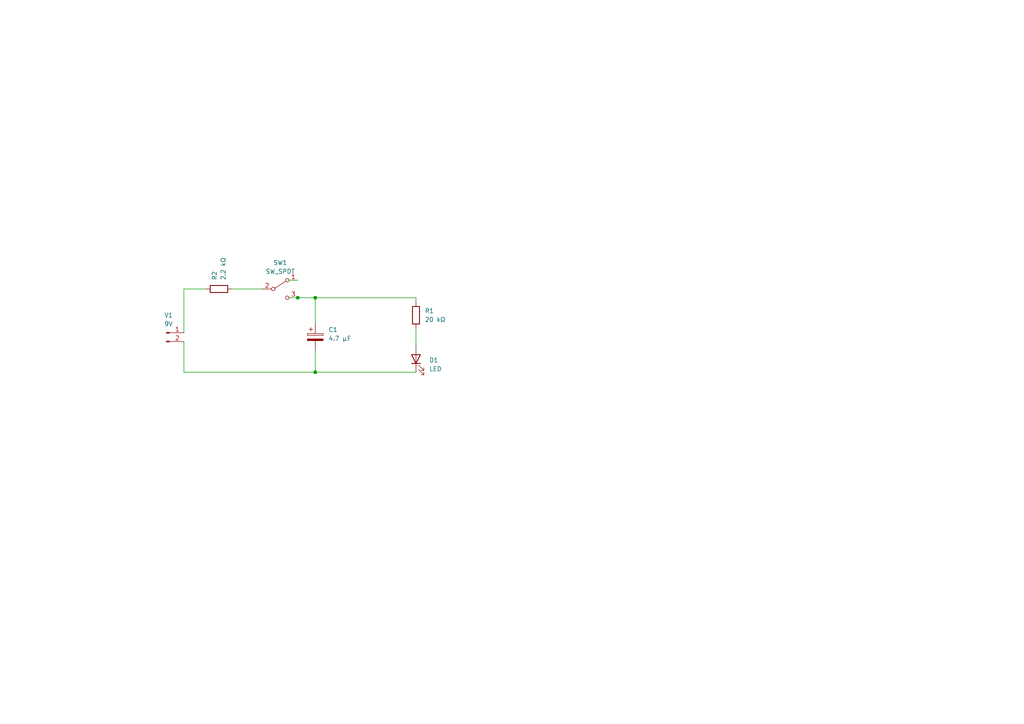
<source format=kicad_sch>
(kicad_sch (version 20211123) (generator eeschema)
  (paper "A4")
  (lib_symbols
    (symbol "Connector:Conn_01x02_Male" (pin_names (offset 1.016) hide)
      (property "Reference" "J" (at 0 2.54 0))
      (property "Value" "Conn_01x02_Male" (at 0 -5.08 0))
      (symbol "Conn_01x02_Male_1_1"
        (polyline (pts (xy 1.27 -2.54) (xy 0.8636 -2.54)) (stroke (width 0.1524)))
        (polyline (pts (xy 1.27 0) (xy 0.8636 0)) (stroke (width 0.1524)))
        (rectangle (start 0.8636 -2.413) (end 0 -2.667) (stroke (width 0.1524)) (fill (type outline)))
        (rectangle (start 0.8636 0.127) (end 0 -0.127) (stroke (width 0.1524)) (fill (type outline)))
        (pin passive line (at 5.08 0 180) (length 3.81) (name "Pin_1") (number "1"))
        (pin passive line (at 5.08 -2.54 180) (length 3.81) (name "Pin_2") (number "2"))
      )
    )
    (symbol "Device:C_Polarized" (pin_numbers hide) (pin_names (offset 0.254))
      (property "Reference" "C" (at 0.635 2.54 0))
      (property "Value" "C_Polarized" (at 0.635 -2.54 0))
      (symbol "C_Polarized_0_1"
        (rectangle (start -2.286 0.508) (end 2.286 1.016))
        (polyline (pts (xy -1.778 2.286) (xy -0.762 2.286)))
        (polyline (pts (xy -1.27 2.794) (xy -1.27 1.778)))
        (rectangle (start 2.286 -0.508) (end -2.286 -1.016) (fill (type outline)))
      )
      (symbol "C_Polarized_1_1"
        (pin passive line (at 0 3.81 270) (length 2.794) (name "~") (number "1"))
        (pin passive line (at 0 -3.81 90) (length 2.794) (name "~") (number "2"))
      )
    )
    (symbol "Device:LED" (pin_numbers hide) (pin_names (offset 1.016) hide)
      (property "Reference" "D" (at 0 2.54 0))
      (property "Value" "LED" (at 0 -2.54 0))
      (symbol "LED_0_1"
        (polyline (pts (xy -1.27 -1.27) (xy -1.27 1.27)) (stroke (width 0.254)))
        (polyline (pts (xy -1.27 0) (xy 1.27 0)))
        (polyline (pts (xy 1.27 -1.27) (xy 1.27 1.27) (xy -1.27 0) (xy 1.27 -1.27)) (stroke (width 0.254)))
        (polyline (pts (xy -3.048 -0.762) (xy -4.572 -2.286) (xy -3.81 -2.286) (xy -4.572 -2.286) (xy -4.572 -1.524)))
        (polyline (pts (xy -1.778 -0.762) (xy -3.302 -2.286) (xy -2.54 -2.286) (xy -3.302 -2.286) (xy -3.302 -1.524)))
      )
      (symbol "LED_1_1"
        (pin passive line (at -3.81 0 0) (length 2.54) (name "K") (number "1"))
        (pin passive line (at 3.81 0 180) (length 2.54) (name "A") (number "2"))
      )
    )
    (symbol "Device:R" (pin_numbers hide) (pin_names (offset 0))
      (property "Reference" "R" (at 2.032 0 90))
      (property "Value" "R" (at 0 0 90))
      (symbol "R_0_1"
        (rectangle (start -1.016 -2.54) (end 1.016 2.54) (stroke (width 0.254)))
      )
      (symbol "R_1_1"
        (pin passive line (at 0 3.81 270) (length 1.27) (name "~") (number "1"))
        (pin passive line (at 0 -3.81 90) (length 1.27) (name "~") (number "2"))
      )
    )
    (symbol "Switch:SW_SPDT" (pin_names (offset 0) hide)
      (property "Reference" "SW" (at 0 4.318 0))
      (property "Value" "SW_SPDT" (at 0 -5.08 0))
      (symbol "SW_SPDT_0_0"
        (circle (center -2.032 0) (radius 0.508))
        (circle (center 2.032 -2.54) (radius 0.508))
      )
      (symbol "SW_SPDT_0_1"
        (polyline (pts (xy -1.524 0.254) (xy 1.651 2.286)))
        (circle (center 2.032 2.54) (radius 0.508))
      )
      (symbol "SW_SPDT_1_1"
        (pin passive line (at 5.08 2.54 180) (length 2.54) (name "A") (number "1"))
        (pin passive line (at -5.08 0 0) (length 2.54) (name "B") (number "2"))
        (pin passive line (at 5.08 -2.54 180) (length 2.54) (name "C") (number "3"))
      )
    )
  )
  (junction (at 91.44 86.36))
  (junction (at 86.36 86.36))
  (junction (at 91.44 107.95))
  (wire (pts (xy 120.65 107.95) (xy 91.44 107.95)))
  (wire (pts (xy 91.44 86.36) (xy 91.44 93.98)))
  (wire (pts (xy 91.44 101.6) (xy 91.44 107.95)))
  (wire (pts (xy 91.44 107.95) (xy 53.34 107.95)))
  (wire (pts (xy 53.34 96.52) (xy 53.34 83.82)))
  (wire (pts (xy 120.65 86.36) (xy 120.65 87.63)))
  (wire (pts (xy 53.34 107.95) (xy 53.34 99.06)))
  (wire (pts (xy 53.34 83.82) (xy 59.69 83.82)))
  (wire (pts (xy 83.82 81.28) (xy 86.36 81.28)))
  (wire (pts (xy 83.82 86.36) (xy 86.36 86.36)))
  (wire (pts (xy 120.65 95.25) (xy 120.65 100.33)))
  (wire (pts (xy 86.36 86.36) (xy 91.44 86.36)))
  (wire (pts (xy 67.31 83.82) (xy 76.2 83.82)))
  (wire (pts (xy 91.44 86.36) (xy 120.65 86.36)))
  (symbol (lib_id "Switch:SW_SPDT") (at 81.28 83.82 0) (unit 1)
    (property "Reference" "SW1" (at 81.28 76.2 0))
    (property "Value" "SW_SPDT" (at 81.28 78.74 0))
  )
  (symbol (lib_id "Device:LED") (at 120.65 104.14 90) (unit 1)
    (property "Reference" "D1" (at 124.46 104.4574 90) (effects (justify right)))
    (property "Value" "LED" (at 124.46 106.9974 90) (effects (justify right)))
  )
  (symbol (lib_id "Device:R") (at 120.65 91.44 0) (unit 1)
    (property "Reference" "R1" (at 123.19 90.1699 0) (effects (justify left)))
    (property "Value" "20 kΩ" (at 123.19 92.7099 0) (effects (justify left)))
  )
  (symbol (lib_id "Device:R") (at 63.5 83.82 90) (unit 1)
    (property "Reference" "R2" (at 62.2299 81.28 0) (effects (justify left)))
    (property "Value" "2.2 kΩ" (at 64.7699 81.28 0) (effects (justify left)))
  )
  (symbol (lib_id "Device:C_Polarized") (at 91.44 97.79 0) (unit 1)
    (property "Reference" "C1" (at 95.25 95.6309 0) (effects (justify left)))
    (property "Value" "4.7 µF" (at 95.25 98.1709 0) (effects (justify left)))
  )
  (symbol (lib_id "Connector:Conn_01x02_Male") (at 48.26 96.52 0) (unit 1)
    (property "Reference" "V1" (at 48.895 91.44 0))
    (property "Value" "9V" (at 48.895 93.98 0))
  )
)
</source>
